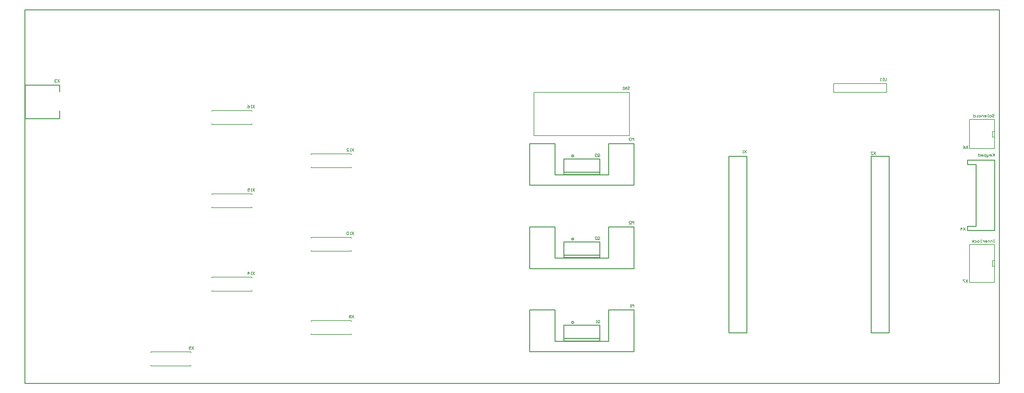
<source format=gbo>
G04 Layer_Color=32896*
%FSLAX43Y43*%
%MOMM*%
G71*
G01*
G75*
%ADD33C,0.150*%
%ADD36C,0.200*%
%ADD38C,0.254*%
D33*
X271400Y28975D02*
Y39950D01*
Y28975D02*
X278600D01*
Y39950D01*
X271400D02*
X278600D01*
X278025Y35285D02*
X278575D01*
X278025Y33660D02*
Y35285D01*
Y33660D02*
X278600D01*
X278025Y70860D02*
X278600D01*
X278025D02*
Y72485D01*
X278575D01*
X271400Y75950D02*
X278600D01*
Y67500D02*
Y75950D01*
X271400Y67500D02*
X278600D01*
X271400D02*
Y75950D01*
X164667Y65333D02*
Y65866D01*
X164800Y66000D01*
X165067D01*
X165200Y65866D01*
Y65333D01*
X165067Y65200D01*
X164800D01*
X164933Y65467D02*
X164667Y65200D01*
X164800D02*
X164667Y65333D01*
X164400Y65866D02*
X164267Y66000D01*
X164000D01*
X163867Y65866D01*
Y65733D01*
X164000Y65600D01*
X164134D01*
X164000D01*
X163867Y65467D01*
Y65333D01*
X164000Y65200D01*
X164267D01*
X164400Y65333D01*
X94525Y19563D02*
X93992Y18763D01*
Y19563D02*
X94525Y18763D01*
X93725Y19430D02*
X93592Y19563D01*
X93325D01*
X93192Y19430D01*
Y19296D01*
X93325Y19163D01*
X93192Y19030D01*
Y18896D01*
X93325Y18763D01*
X93592D01*
X93725Y18896D01*
Y19030D01*
X93592Y19163D01*
X93725Y19296D01*
Y19430D01*
X93592Y19163D02*
X93325D01*
X48525Y10546D02*
X47992Y9746D01*
Y10546D02*
X48525Y9746D01*
X47726Y9879D02*
X47592Y9746D01*
X47326D01*
X47193Y9879D01*
Y10413D01*
X47326Y10546D01*
X47592D01*
X47726Y10413D01*
Y10279D01*
X47592Y10146D01*
X47193D01*
X247560Y87838D02*
Y87172D01*
X247427Y87038D01*
X247160D01*
X247027Y87172D01*
Y87838D01*
X246760Y87038D02*
X246493D01*
X246627D01*
Y87838D01*
X246760Y87705D01*
X246094Y87038D02*
X245827D01*
X245960D01*
Y87838D01*
X246094Y87705D01*
X244460Y66600D02*
X243927Y65800D01*
Y66600D02*
X244460Y65800D01*
X243127D02*
X243660D01*
X243127Y66333D01*
Y66466D01*
X243260Y66600D01*
X243527D01*
X243660Y66466D01*
X270900Y29800D02*
X270367Y29000D01*
Y29800D02*
X270900Y29000D01*
X270100Y29800D02*
X269567D01*
Y29666D01*
X270100Y29133D01*
Y29000D01*
X271000Y68300D02*
X270467Y67500D01*
Y68300D02*
X271000Y67500D01*
X269667Y68300D02*
X269934Y68166D01*
X270200Y67900D01*
Y67633D01*
X270067Y67500D01*
X269800D01*
X269667Y67633D01*
Y67767D01*
X269800Y67900D01*
X270200D01*
X174967Y21887D02*
Y22687D01*
X174700Y22421D01*
X174433Y22687D01*
Y21887D01*
X174167D02*
X173900D01*
X174034D01*
Y22687D01*
X174167Y22554D01*
X9968Y87406D02*
X9435Y86607D01*
Y87406D02*
X9968Y86607D01*
X9168Y87273D02*
X9035Y87406D01*
X8769D01*
X8635Y87273D01*
Y87140D01*
X8769Y87006D01*
X8902D01*
X8769D01*
X8635Y86873D01*
Y86740D01*
X8769Y86607D01*
X9035D01*
X9168Y86740D01*
X270200Y44800D02*
X269667Y44000D01*
Y44800D02*
X270200Y44000D01*
X269000D02*
Y44800D01*
X269400Y44400D01*
X268867D01*
X66026Y80058D02*
X65493Y79258D01*
Y80058D02*
X66026Y79258D01*
X65226D02*
X64960D01*
X65093D01*
Y80058D01*
X65226Y79924D01*
X64027Y80058D02*
X64293Y79924D01*
X64560Y79658D01*
Y79391D01*
X64427Y79258D01*
X64160D01*
X64027Y79391D01*
Y79525D01*
X64160Y79658D01*
X64560D01*
X66034Y56055D02*
X65501Y55255D01*
Y56055D02*
X66034Y55255D01*
X65234D02*
X64968D01*
X65101D01*
Y56055D01*
X65234Y55921D01*
X64035Y56055D02*
X64568D01*
Y55655D01*
X64301Y55788D01*
X64168D01*
X64035Y55655D01*
Y55388D01*
X64168Y55255D01*
X64435D01*
X64568Y55388D01*
X66026Y32052D02*
X65493Y31252D01*
Y32052D02*
X66026Y31252D01*
X65226D02*
X64960D01*
X65093D01*
Y32052D01*
X65226Y31918D01*
X64160Y31252D02*
Y32052D01*
X64560Y31652D01*
X64027D01*
X94525Y67569D02*
X93992Y66769D01*
Y67569D02*
X94525Y66769D01*
X93725D02*
X93458D01*
X93592D01*
Y67569D01*
X93725Y67436D01*
X92525Y66769D02*
X93059D01*
X92525Y67302D01*
Y67436D01*
X92659Y67569D01*
X92925D01*
X93059Y67436D01*
X94525Y43566D02*
X93992Y42766D01*
Y43566D02*
X94525Y42766D01*
X93725D02*
X93458D01*
X93592D01*
Y43566D01*
X93725Y43433D01*
X93059D02*
X92925Y43566D01*
X92659D01*
X92525Y43433D01*
Y42899D01*
X92659Y42766D01*
X92925D01*
X93059Y42899D01*
Y43433D01*
X174967Y69792D02*
Y70592D01*
X174700Y70325D01*
X174433Y70592D01*
Y69792D01*
X174167Y70458D02*
X174034Y70592D01*
X173767D01*
X173634Y70458D01*
Y70325D01*
X173767Y70192D01*
X173900D01*
X173767D01*
X173634Y70058D01*
Y69925D01*
X173767Y69792D01*
X174034D01*
X174167Y69925D01*
X174967Y45789D02*
Y46589D01*
X174700Y46322D01*
X174433Y46589D01*
Y45789D01*
X173634D02*
X174167D01*
X173634Y46322D01*
Y46455D01*
X173767Y46589D01*
X174034D01*
X174167Y46455D01*
X164667Y17433D02*
Y17966D01*
X164800Y18100D01*
X165067D01*
X165200Y17966D01*
Y17433D01*
X165067Y17300D01*
X164800D01*
X164933Y17567D02*
X164667Y17300D01*
X164800D02*
X164667Y17433D01*
X164400Y17300D02*
X164134D01*
X164267D01*
Y18100D01*
X164400Y17966D01*
X164667Y41433D02*
Y41966D01*
X164800Y42100D01*
X165067D01*
X165200Y41966D01*
Y41433D01*
X165067Y41300D01*
X164800D01*
X164933Y41567D02*
X164667Y41300D01*
X164800D02*
X164667Y41433D01*
X163867Y41300D02*
X164400D01*
X163867Y41833D01*
Y41966D01*
X164000Y42100D01*
X164267D01*
X164400Y41966D01*
X207307Y67046D02*
X206773Y66246D01*
Y67046D02*
X207307Y66246D01*
X206507D02*
X206240D01*
X206373D01*
Y67046D01*
X206507Y66913D01*
X173171Y85177D02*
X173304Y85311D01*
X173571D01*
X173704Y85177D01*
Y85044D01*
X173571Y84911D01*
X173304D01*
X173171Y84778D01*
Y84644D01*
X173304Y84511D01*
X173571D01*
X173704Y84644D01*
X172904Y84511D02*
Y85311D01*
X172371Y84511D01*
Y85311D01*
X172105Y84511D02*
X171838D01*
X171971D01*
Y85311D01*
X172105Y85177D01*
X278600Y66100D02*
Y65300D01*
Y65567D01*
X278067Y66100D01*
X278467Y65700D01*
X278067Y65300D01*
X277400D02*
X277667D01*
X277800Y65433D01*
Y65700D01*
X277667Y65833D01*
X277400D01*
X277267Y65700D01*
Y65567D01*
X277800D01*
X277001Y65833D02*
Y65433D01*
X276867Y65300D01*
X276467D01*
Y65167D01*
X276601Y65033D01*
X276734D01*
X276467Y65300D02*
Y65833D01*
X276201Y65033D02*
Y65833D01*
X275801D01*
X275668Y65700D01*
Y65433D01*
X275801Y65300D01*
X276201D01*
X275268Y65833D02*
X275001D01*
X274868Y65700D01*
Y65300D01*
X275268D01*
X275401Y65433D01*
X275268Y65567D01*
X274868D01*
X274068Y66100D02*
Y65300D01*
X274468D01*
X274601Y65433D01*
Y65700D01*
X274468Y65833D01*
X274068D01*
X278600Y41300D02*
X278333D01*
X278467D01*
Y40500D01*
X278600D01*
X278333D01*
X277934D02*
Y41033D01*
X277534D01*
X277400Y40900D01*
Y40500D01*
X277001Y41166D02*
Y41033D01*
X277134D01*
X276867D01*
X277001D01*
Y40633D01*
X276867Y40500D01*
X276067D02*
X276334D01*
X276467Y40633D01*
Y40900D01*
X276334Y41033D01*
X276067D01*
X275934Y40900D01*
Y40767D01*
X276467D01*
X275668Y41033D02*
Y40500D01*
Y40767D01*
X275534Y40900D01*
X275401Y41033D01*
X275268D01*
X274868Y40500D02*
X274601D01*
X274735D01*
Y41300D01*
X274868D01*
X274068Y40500D02*
X273802D01*
X273668Y40633D01*
Y40900D01*
X273802Y41033D01*
X274068D01*
X274201Y40900D01*
Y40633D01*
X274068Y40500D01*
X272868Y41033D02*
X273268D01*
X273402Y40900D01*
Y40633D01*
X273268Y40500D01*
X272868D01*
X272602D02*
Y41300D01*
Y40767D02*
X272202Y41033D01*
X272602Y40767D02*
X272202Y40500D01*
X277967Y77266D02*
X278100Y77400D01*
X278367D01*
X278500Y77266D01*
Y77133D01*
X278367Y77000D01*
X278100D01*
X277967Y76867D01*
Y76733D01*
X278100Y76600D01*
X278367D01*
X278500Y76733D01*
X277567Y76600D02*
X277300D01*
X277167Y76733D01*
Y77000D01*
X277300Y77133D01*
X277567D01*
X277700Y77000D01*
Y76733D01*
X277567Y76600D01*
X276901D02*
X276634D01*
X276767D01*
Y77400D01*
X276901D01*
X275834Y76600D02*
X276101D01*
X276234Y76733D01*
Y77000D01*
X276101Y77133D01*
X275834D01*
X275701Y77000D01*
Y76867D01*
X276234D01*
X275434Y76600D02*
Y77133D01*
X275034D01*
X274901Y77000D01*
Y76600D01*
X274501D02*
X274235D01*
X274101Y76733D01*
Y77000D01*
X274235Y77133D01*
X274501D01*
X274635Y77000D01*
Y76733D01*
X274501Y76600D01*
X273835D02*
X273568D01*
X273702D01*
Y77133D01*
X273835D01*
X272635Y77400D02*
Y76600D01*
X273035D01*
X273168Y76733D01*
Y77000D01*
X273035Y77133D01*
X272635D01*
D36*
X82250Y14000D02*
X93750D01*
Y14250D01*
X82250Y14000D02*
Y14250D01*
X93750Y17750D02*
Y18000D01*
X82250Y17750D02*
Y18000D01*
X93750D01*
X36250Y9000D02*
X47750D01*
X36250Y8750D02*
Y9000D01*
X47750Y8750D02*
Y9000D01*
X36250Y5000D02*
Y5250D01*
X47750Y5000D02*
Y5250D01*
X36250Y5000D02*
X47750D01*
X247620Y83730D02*
Y86270D01*
X232380Y83730D02*
X247620D01*
X232380D02*
Y86270D01*
X247620D01*
X53750Y78500D02*
X65250D01*
X53750Y78250D02*
Y78500D01*
X65250Y78250D02*
Y78500D01*
X53750Y74500D02*
Y74750D01*
X65250Y74500D02*
Y74750D01*
X53750Y74500D02*
X65250D01*
X53750Y54500D02*
X65250D01*
X53750Y54250D02*
Y54500D01*
X65250Y54250D02*
Y54500D01*
X53750Y50500D02*
Y50750D01*
X65250Y50500D02*
Y50750D01*
X53750Y50500D02*
X65250D01*
X53750Y30500D02*
X65250D01*
X53750Y30250D02*
Y30500D01*
X65250Y30250D02*
Y30500D01*
X53750Y26500D02*
Y26750D01*
X65250Y26500D02*
Y26750D01*
X53750Y26500D02*
X65250D01*
X82250Y66000D02*
X93750D01*
X82250Y65750D02*
Y66000D01*
X93750Y65750D02*
Y66000D01*
X82250Y62000D02*
Y62250D01*
X93750Y62000D02*
Y62250D01*
X82250Y62000D02*
X93750D01*
X82250Y42000D02*
X93750D01*
X82250Y41750D02*
Y42000D01*
X93750Y41750D02*
Y42000D01*
X82250Y38000D02*
Y38250D01*
X93750Y38000D02*
Y38250D01*
X82250Y38000D02*
X93750D01*
X173750Y71250D02*
Y83750D01*
X146250Y71250D02*
Y83750D01*
X173750D01*
X146250Y71250D02*
X173750D01*
D38*
X157700Y65400D02*
G03*
X157700Y65400I-300J0D01*
G01*
Y17500D02*
G03*
X157700Y17500I-300J0D01*
G01*
Y41500D02*
G03*
X157700Y41500I-300J0D01*
G01*
X154800Y60100D02*
X165200D01*
Y64600D01*
X154800D02*
X165200D01*
X154800Y60100D02*
Y64600D01*
Y60800D02*
X165200D01*
X243130Y65370D02*
X248330D01*
Y14570D02*
Y65370D01*
X243130Y14570D02*
X248330D01*
X243130D02*
Y65370D01*
X145000Y9100D02*
Y21100D01*
X152300D01*
Y12100D02*
Y21100D01*
Y12100D02*
X167700D01*
Y21100D01*
X175000D01*
Y9100D02*
Y21100D01*
X145000Y9100D02*
X175000D01*
X10000Y76175D02*
Y78375D01*
Y83875D02*
Y85825D01*
X100D02*
X10000D01*
X100Y76175D02*
Y85825D01*
Y76175D02*
X10000D01*
X270800Y44000D02*
Y45200D01*
X273300D01*
Y63000D01*
X270800D02*
X273300D01*
X270800D02*
Y64200D01*
X278600D01*
X270800Y44000D02*
X278600D01*
Y64200D01*
X145000Y57000D02*
Y69000D01*
X152300D01*
Y60000D02*
Y69000D01*
Y60000D02*
X167700D01*
Y69000D01*
X175000D01*
Y57000D02*
Y69000D01*
X145000Y57000D02*
X175000D01*
X145000Y33000D02*
Y45000D01*
X152300D01*
Y36000D02*
Y45000D01*
Y36000D02*
X167700D01*
Y45000D01*
X175000D01*
Y33000D02*
Y45000D01*
X145000Y33000D02*
X175000D01*
X154800Y12200D02*
X165200D01*
Y16700D01*
X154800D02*
X165200D01*
X154800Y12200D02*
Y16700D01*
Y12900D02*
X165200D01*
X154800Y36900D02*
X165200D01*
X154800Y36200D02*
Y40700D01*
X165200D01*
Y36200D02*
Y40700D01*
X154800Y36200D02*
X165200D01*
X202230Y14570D02*
X207430D01*
X202230D02*
Y65370D01*
X207430D01*
Y14570D02*
Y65370D01*
X0Y0D02*
Y107500D01*
X280000D01*
Y0D02*
Y107500D01*
X0Y0D02*
X280000D01*
M02*

</source>
